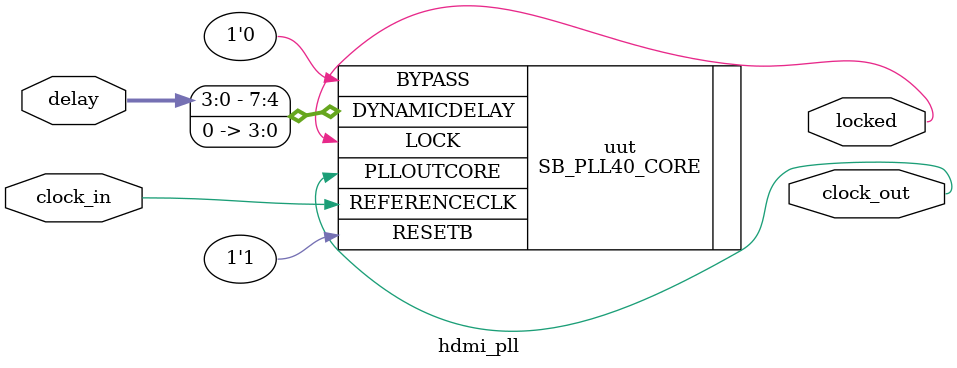
<source format=v>
/**
 * PLL configuration
 *
 * This Verilog module was generated automatically
 * using the icepll tool from the IceStorm project.
 * Use at your own risk.
 *
 * Given input frequency:        25.000 MHz
 * Requested output frequency:  125.000 MHz
 * Achieved output frequency:   125.000 MHz
 */

module hdmi_pll(
	input  clock_in,
	output clock_out,
	output locked,
	input [3:0] delay
	);

SB_PLL40_CORE #(
		.FEEDBACK_PATH("SIMPLE"),
		.DIVR(4'b0000),		// DIVR =  0
		.DIVF(7'b0100111),	// DIVF = 39
		.DIVQ(3'b011),		// DIVQ =  3
		.FILTER_RANGE(3'b010),	// FILTER_RANGE = 2
		//.DELAY_ADJUSTMENT_MODE_FEEDBACK("DYNAMIC")
	) uut (
		.LOCK(locked),
		.RESETB(1'b1),
		.BYPASS(1'b0),
		.REFERENCECLK(clock_in),
		.PLLOUTCORE(clock_out),
		.DYNAMICDELAY({delay,4'b0000})
		);

endmodule

</source>
